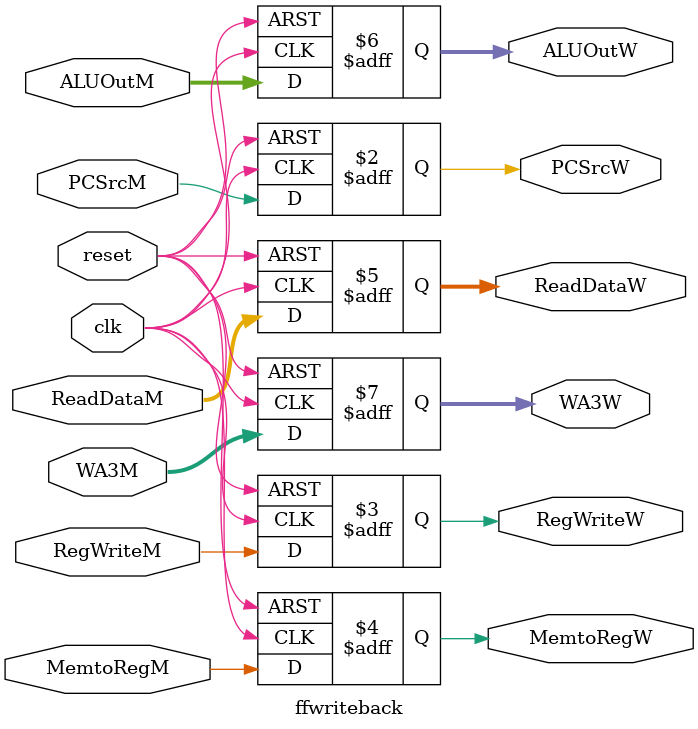
<source format=sv>
module ffwriteback#(parameter WIDTH = 32) (
			input logic clk, reset,
			input logic 				PCSrcM,
			input logic 				RegWriteM,
			input logic 		 		MemtoRegM,
			input logic [WIDTH-1:0]	ReadDataM,
			input logic [WIDTH-1:0] ALUOutM,
			input logic [3:0]			WA3M,
			output logic 				PCSrcW,
			output logic 				RegWriteW,
			output logic 		 		MemtoRegW,
			output logic [WIDTH-1:0] ReadDataW,
			output logic [WIDTH-1:0] ALUOutW,
			output logic [3:0]		 WA3W		
			);
			
	always_ff @(posedge clk, posedge reset)
		if (reset) begin
			PCSrcW 		<= 0;
			RegWriteW	<= 0;
			MemtoRegW	<= 0;
			ReadDataW	<= 0;
			ALUOutW		<= 0;
			WA3W			<= 0;
			
		end
		else begin
			PCSrcW 		<= PCSrcM;
			RegWriteW	<= RegWriteM;
			MemtoRegW	<= MemtoRegM;
			ReadDataW	<= ReadDataM;
			ALUOutW		<= ALUOutM;
			WA3W			<= WA3M;
		end	
			
endmodule
</source>
